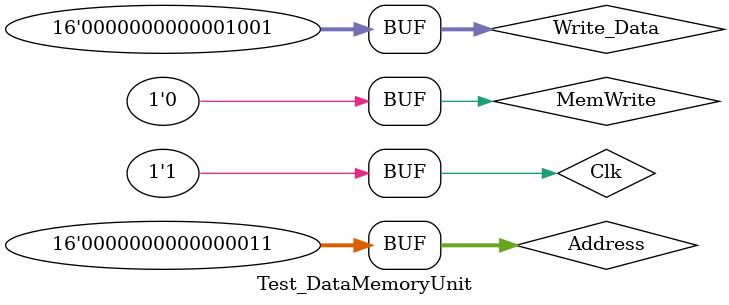
<source format=v>
`timescale 1ns / 1ps
module Test_DataMemoryUnit;

	// Inputs
	reg [15:0] Address;
	reg [15:0] Write_Data; //value
	reg Clk;
	reg MemWrite; //we

	// Outputs
	wire [15:0] Read_Data;

	// Instantiate the Unit Under Test (UUT)
	DataMemoryUnit uut (
		.Address(Address), 
		.Write_Data(Write_Data), 
		.Clk(Clk), 
		.MemWrite(MemWrite), 
		.Read_Data(Read_Data)
	);

	initial begin
		// Initialize Inputs
		Address = 16'h0002;
		Write_Data = 16'h0009;
		Clk = 0;
		MemWrite = 1;

		// Wait 100 ns for global reset to finish
		  #20;
    
		   Address = 16'h0002;
			Write_Data = 16'h0009;
			Clk = 1;
			MemWrite = 1;
			
		  #20;
		   Address = 16'h0002;
			Write_Data = 16'h0009;
			Clk = 0;
			MemWrite = 1;
    
	 
        #20;
		   Address = 16'h0002;
			Write_Data = 16'h0009;
			Clk = 1;
			MemWrite = 0;
			
			
		  #20;
		   Address = 16'h0003;
			Write_Data = 16'h0009;
			Clk = 1;
			MemWrite = 0;
        
		// Add stimulus here

	end
      
endmodule


</source>
